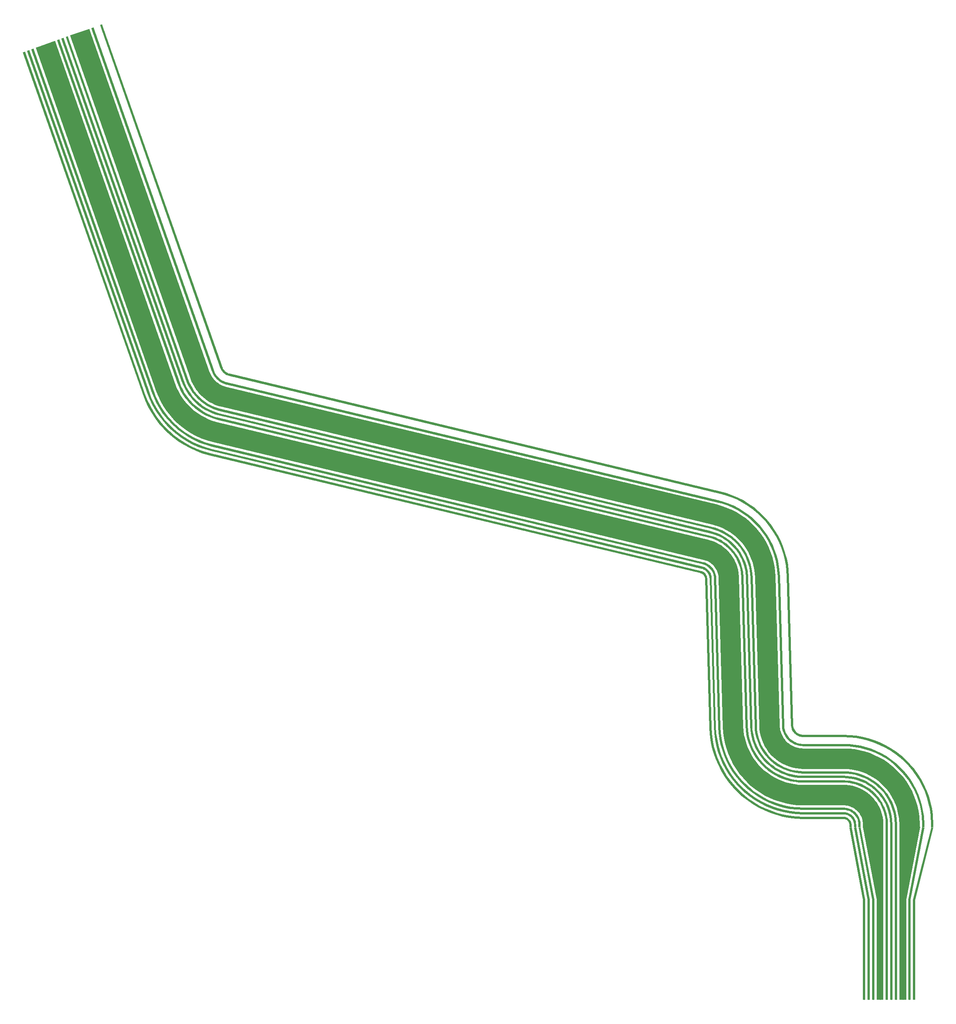
<source format=gbr>
G04 AutoGERB 2.0 for AutoCAD 14*
G04 RS274-X Output *
%FSLAX34Y34*%
%MOMM*%
%ADD12C,0.005000*%
%ADD13C,0.007000*%
G36*X1261915Y2615488D02*X1526637Y1861792D01*X1527223Y1860293*X1527893Y1858878*X1528660Y1857512*X1529519Y1856204*X1530468Y1854959*X1531501Y1853782*X1532613Y1852681*X1533800Y1851659*X1535054Y1850723*X1536370Y1849875*X1537743Y1849122*X1539164Y1848465*X1540614Y1847915*X1542694Y1847312*X2621756Y1588720*X2634959Y1585066*X2647918Y1580488*X2660527Y1575019*X2672725Y1568687*X2684453Y1561523*X2695654Y1553560*X2706274Y1544837*X2716263Y1535398*X2725570Y1525285*X2734152Y1514551*X2741967Y1503245*X2748975Y1491424*X2755145Y1479143*X2760447Y1466464*X2764853Y1453446*X2768344Y1440153*X2770908Y1426617*X2773105Y1402333*X2782361Y1075275*X2782463Y1073669*X2782670Y1072117*X2782985Y1070583*X2783405Y1069075*X2783930Y1067600*X2784556Y1066165*X2785279Y1064776*X2786098Y1063442*X2787008Y1062168*X2788003Y1060960*X2789081Y1059824*X2790235Y1058766*X2791460Y1057791*X2792749Y1056903*X2794097Y1056108*X2795498Y1055407*X2796943Y1054806*X2798427Y1054307*X2799943Y1053912*X2801480Y1053624*X2803029Y1053444*X2804904Y1053367*X2893303Y1053367*X2906994Y1052891*X2920663Y1051459*X2934199Y1049080*X2947536Y1045766*X2960612Y1041531*X2973360Y1036398*X2985721Y1030390*X2997633Y1023538*X3009042Y1015873*X3019888Y1007434*X3030123Y998261*X3039694Y988399*X3048556Y977894*X3056666Y966800*X3063985Y955167*X3070478Y943054*X3076111Y930518*X3080861Y917622*X3084701Y904425*X3087614Y890994*X3089591Y877368*X3090758Y855936*X3090758Y849957*X3085759Y849958*X3085759Y855799*X3084610Y876873*X3082691Y890105*X3079852Y903196*X3076108Y916057*X3071480Y928627*X3065989Y940845*X3059660Y952652*X3052527Y963989*X3044623Y974803*X3035985Y985042*X3026656Y994654*X3016681Y1003595*X3006109Y1011820*X2994990Y1019291*X2983378Y1025969*X2971331Y1031825*X2958905Y1036828*X2946161Y1040955*X2933162Y1044185*X2919968Y1046504*X2906647Y1047900*X2893216Y1048368*X2804803Y1048368*X2802638Y1048455*X2800731Y1048677*X2798850Y1049029*X2796998Y1049512*X2795184Y1050123*X2793417Y1050858*X2791706Y1051713*X2790058Y1052686*X2788481Y1053772*X2786984Y1054963*X2785574Y1056257*X2784256Y1057645*X2783039Y1059121*X2781927Y1060679*X2780926Y1062311*X2780041Y1064008*X2779277Y1065761*X2778636Y1067564*X2778122Y1069408*X2777737Y1071282*X2777484Y1073180*X2777366Y1075046*X2768112Y1402036*X2765951Y1425924*X2763463Y1439052*X2760062Y1452007*X2755766Y1464695*X2750600Y1477054*X2744586Y1489023*X2737754Y1500546*X2730137Y1511564*X2721773Y1522028*X2712702Y1531883*X2702967Y1541084*X2692615Y1549585*X2681698Y1557346*X2670266Y1564330*X2658378Y1570502*X2646089Y1575831*X2633458Y1580293*X2620507Y1583877*X1541415Y1842477*X1539029Y1843168*X1537227Y1843852*X1535488Y1844655*X1533811Y1845576*X1532201Y1846612*X1530669Y1847756*X1529218Y1849006*X1527858Y1850353*X1526597Y1851790*X1525436Y1853313*X1524385Y1854913*X1523448Y1856581*X1522630Y1858310*X1521948Y1860051*X1257198Y2613831*X1261915Y2615488*G37*G36*X1243045Y2608860D02*X1507767Y1855164D01*X1508859Y1852369*X1510125Y1849696*X1511574Y1847118*X1513197Y1844646*X1514989Y1842294*X1516941Y1840071*X1519042Y1837990*X1521283Y1836061*X1523653Y1834291*X1526139Y1832691*X1528732Y1831267*X1531416Y1830027*X1534167Y1828982*X1538033Y1827863*X2617095Y1569271*X2628957Y1565988*X2640603Y1561873*X2651935Y1556959*X2662899Y1551268*X2673438Y1544829*X2683506Y1537673*X2693051Y1529833*X2702027Y1521349*X2710392Y1512261*X2718105Y1502614*X2725128Y1492452*X2731427Y1481828*X2736972Y1470791*X2741738Y1459396*X2745697Y1447696*X2748835Y1435749*X2751139Y1423580*X2753113Y1401767*X2762369Y1074709*X2762559Y1071714*X2762950Y1068782*X2763544Y1065886*X2764338Y1063037*X2765329Y1060251*X2766511Y1057540*X2767879Y1054918*X2769425Y1052397*X2771143Y1049990*X2773024Y1047708*X2775060Y1045562*X2777240Y1043564*X2779553Y1041721*X2781988Y1040045*X2784536Y1038542*X2787181Y1037218*X2789911Y1036083*X2792714Y1035141*X2795576Y1034395*X2798482Y1033850*X2801413Y1033510*X2804904Y1033367*X2893303Y1033367*X2905603Y1032940*X2917888Y1031653*X2930053Y1029515*X2942040Y1026536*X2953791Y1022730*X2965248Y1018116*X2976357Y1012717*X2987064Y1006559*X2997317Y999670*X3007065Y992086*X3016263Y983842*X3024865Y974978*X3032829Y965537*X3040119Y955566*X3046697Y945111*X3052531Y934225*X3057595Y922959*X3061863Y911368*X3065314Y899509*X3067933Y887437*X3069709Y875189*X3070758Y855936*X3070758Y849957*X3065759Y849958*X3065759Y855799*X3064728Y874694*X3063010Y886548*X3060465Y898278*X3057110Y909803*X3052964Y921068*X3048042Y932016*X3042372Y942596*X3035980Y952755*X3028896Y962446*X3021156Y971621*X3012796Y980235*X3003858Y988247*X2994384Y995617*X2984421Y1002312*X2974016Y1008296*X2963219Y1013543*X2952084Y1018027*X2940665Y1021725*X2929016Y1024620*X2917193Y1026698*X2905256Y1027949*X2893216Y1028368*X2804803Y1028368*X2801022Y1028521*X2797733Y1028903*X2794483Y1029512*X2791285Y1030346*X2788152Y1031400*X2785100Y1032669*X2782143Y1034147*X2779297Y1035828*X2776574Y1037702*X2773989Y1039761*X2771553Y1041995*X2769277Y1044393*X2767174Y1046943*X2765254Y1049634*X2763526Y1052451*X2761998Y1055381*X2760676Y1058412*X2759569Y1061526*X2758681Y1064711*X2758017Y1067949*X2757580Y1071225*X2757374Y1074480*X2748120Y1401470*X2746182Y1422887*X2743954Y1434648*X2740906Y1446257*X2737057Y1457627*X2732427Y1468702*X2727038Y1479427*X2720915Y1489753*X2714090Y1499627*X2706595Y1509002*X2698466Y1517834*X2689742Y1526080*X2680467Y1533698*X2670683Y1540652*X2660440Y1546911*X2649786Y1552440*X2638774Y1557216*X2627456Y1561215*X2615846Y1564428*X1536754Y1823028*X1532582Y1824235*X1529477Y1825414*X1526477Y1826800*X1523580Y1828392*X1520800Y1830180*X1518152Y1832158*X1515647Y1834315*X1513298Y1836642*X1511118Y1839125*X1509114Y1841755*X1507299Y1844517*X1505680Y1847399*X1504266Y1850386*X1503078Y1853425*X1238328Y2607203*X1243045Y2608860*G37*G36*X1233612Y2605545D02*X1498218Y1852177D01*X1499689Y1848411*X1501252Y1845111*X1503040Y1841926*X1505046Y1838874*X1507259Y1835969*X1509669Y1833225*X1512264Y1830655*X1515032Y1828270*X1517959Y1826085*X1521028Y1824109*X1524230Y1822352*X1527548Y1820819*X1530840Y1819568*X1536155Y1818030*X2615103Y1559465*X2625961Y1556459*X2636950Y1552577*X2647644Y1547939*X2657991Y1542568*X2667937Y1536492*X2677438Y1529738*X2686447Y1522339*X2694918Y1514333*X2702811Y1505758*X2710091Y1496652*X2716719Y1487062*X2722664Y1477036*X2727897Y1466620*X2732393Y1455866*X2736131Y1444825*X2739092Y1433551*X2741319Y1421794*X2743100Y1402102*X2752363Y1074775*X2752619Y1070739*X2753102Y1067117*X2753836Y1063539*X2754817Y1060021*X2756040Y1056582*X2757500Y1053232*X2759188Y1049994*X2761098Y1046881*X2763219Y1043909*X2765543Y1041091*X2768059Y1038440*X2770749Y1035973*X2773607Y1033697*X2776616Y1031625*X2779760Y1029770*X2783027Y1028136*X2786400Y1026733*X2789861Y1025569*X2793395Y1024648*X2796985Y1023976*X2800552Y1023561*X2805310Y1023367*X2893651Y1023367*X2904909Y1022976*X2916502Y1021761*X2927982Y1019743*X2939294Y1016933*X2950385Y1013340*X2961197Y1008986*X2971680Y1003892*X2981786Y998080*X2991462Y991578*X3000661Y984421*X3009341Y976641*X3017459Y968276*X3024976Y959366*X3031854Y949956*X3038063Y940090*X3043569Y929816*X3048348Y919183*X3052375Y908245*X3055633Y897053*X3058104Y885661*X3059809Y873903*X3060758Y856480*X3060758Y849955*X3015759Y849964*X3015759Y855255*X3014986Y869440*X3013795Y877652*X3011988Y885982*X3009606Y894166*X3006661Y902164*X3003166Y909939*X2999140Y917451*X2994601Y924665*X2989571Y931547*X2984076Y938061*X2978140Y944176*X2971792Y949866*X2965065Y955101*X2957991Y959853*X2950603Y964103*X2942936Y967829*X2935030Y971013*X2926921Y973638*X2918649Y975694*X2910255Y977170*X2901778Y978057*X2892868Y978368*X2804397Y978368*X2797035Y978666*X2790234Y979457*X2783566Y980707*X2776998Y982418*X2770567Y984582*X2764302Y987187*X2758233Y990221*X2752389Y993672*X2746800Y997520*X2741492Y1001746*X2736490Y1006333*X2731822Y1011254*X2727504Y1016490*X2723561Y1022014*X2720013Y1027797*X2716875Y1033813*X2714163Y1040033*X2711890Y1046428*X2710069Y1052964*X2708705Y1059612*X2707808Y1066336*X2707404Y1072716*X2698157Y1399437*X2696698Y1415565*X2695169Y1423636*X2693004Y1431880*X2690272Y1439953*X2686984Y1447817*X2683157Y1455433*X2678810Y1462765*X2673964Y1469777*X2668642Y1476433*X2662869Y1482704*X2656674Y1488560*X2650089Y1493969*X2643142Y1498907*X2635868Y1503351*X2628303Y1507278*X2620483Y1510668*X2612446Y1513508*X2603854Y1515886*X1524648Y1774513*X1516567Y1776853*X1510101Y1779310*X1503943Y1782153*X1497995Y1785420*X1492288Y1789092*X1486851Y1793153*X1481711Y1797580*X1476890Y1802354*X1472412Y1807454*X1468301Y1812851*X1464573Y1818523*X1461251Y1824438*X1458346Y1830572*X1456019Y1836528*X1191155Y2590632*X1233612Y2605545*G37*G36*X1092086Y2555839D02*X1356808Y1802142D01*X1361953Y1788978*X1367983Y1776242*X1374884Y1763957*X1382622Y1752180*X1391160Y1740971*X1400459Y1730383*X1410470Y1720467*X1421147Y1711271*X1432438Y1702840*X1444286Y1695214*X1456638Y1688432*X1469431Y1682524*X1482590Y1677526*X1500745Y1672268*X2579807Y1413676*X2580939Y1413363*X2582087Y1412957*X2583205Y1412473*X2584286Y1411911*X2585325Y1411277*X2586318Y1410571*X2587258Y1409798*X2588144Y1408962*X2588970Y1408065*X2589729Y1407113*X2590421Y1406113*X2591042Y1405064*X2591590Y1403976*X2592059Y1402852*X2592449Y1401700*X2592759Y1400521*X2592991Y1399290*X2593177Y1397241*X2602434Y1070183*X2603325Y1056076*X2605190Y1042110*X2608021Y1028305*X2611805Y1014732*X2616525Y1001455*X2622155Y988538*X2628672Y976044*X2636040Y964033*X2644227Y952564*X2653191Y941692*X2662889Y931469*X2673275Y921946*X2684298Y913168*X2695905Y905178*X2708039Y898015*X2720643Y891712*X2733653Y886302*X2747009Y881810*X2760645Y878257*X2774495Y875661*X2788485Y874035*X2804904Y873367*X2893302Y873367*X2894476Y873327*X2895688Y873200*X2896886Y872989*X2898069Y872696*X2899228Y872320*X2900357Y871865*X2901453Y871333*X2902509Y870725*X2903519Y870046*X2904480Y869299*X2905387Y868486*X2906235Y867612*X2907021Y866681*X2907739Y865698*X2908388Y864667*X2908963Y863594*X2909462Y862483*X2909884Y861339*X2910223Y860170*X2910481Y858980*X2910660Y857751*X2910758Y855935*X2910758Y849957*X2905759Y849958*X2905759Y855800*X2905679Y857254*X2905558Y858091*X2905374Y858941*X2905131Y859776*X2904831Y860592*X2904474Y861385*X2904063Y862152*X2903600Y862887*X2903086Y863590*X2902526Y864255*X2901920Y864879*X2901273Y865458*X2900586Y865993*X2899864Y866478*X2899110Y866912*X2898328Y867292*X2897521Y867617*X2896694Y867885*X2895851Y868094*X2894993Y868245*X2894129Y868336*X2893215Y868368*X2804803Y868368*X2788094Y869046*X2773744Y870714*X2759552Y873374*X2745580Y877015*X2731894Y881619*X2718562Y887163*X2705648Y893620*X2693214Y900961*X2681319Y909149*X2670024Y918143*X2659382Y927902*X2649444Y938377*X2640258Y949517*X2631869Y961270*X2624319Y973577*X2617642Y986381*X2611872Y999616*X2607036Y1013221*X2603158Y1027130*X2600257Y1041275*X2598346Y1055587*X2597439Y1069954*X2588184Y1396944*X2588034Y1398599*X2587878Y1399420*X2587658Y1400261*X2587378Y1401085*X2587043Y1401887*X2586653Y1402665*X2586210Y1403412*X2585714Y1404128*X2585171Y1404808*X2584583Y1405447*X2583951Y1406045*X2583279Y1406596*X2582570Y1407100*X2581827Y1407554*X2581056Y1407954*X2580258Y1408300*X2579438Y1408590*X2578558Y1408833*X1499466Y1667433*X1481005Y1672779*X1467492Y1677911*X1454383Y1683965*X1441727Y1690915*X1429585Y1698729*X1418016Y1707368*X1407075Y1716792*X1396816Y1726952*X1387289Y1737802*X1378539Y1749289*X1370609Y1761356*X1363538Y1773945*X1357360Y1786995*X1352119Y1800403*X1087369Y2554182*X1092086Y2555839*G37*G36*X1101521Y2559153D02*X1366243Y1805456D01*X1371134Y1792940*X1376867Y1780833*X1383427Y1769154*X1390783Y1757959*X1398900Y1747304*X1407739Y1737238*X1417256Y1727812*X1427405Y1719071*X1438139Y1711056*X1449402Y1703807*X1461144Y1697359*X1473305Y1691743*X1485813Y1686992*X1503076Y1681993*X2582137Y1423401*X2583941Y1422902*X2585745Y1422264*X2587500Y1421503*X2589198Y1420621*X2590832Y1419624*X2592392Y1418515*X2593871Y1417300*X2595261Y1415986*X2596558Y1414578*X2597753Y1413082*X2598841Y1411508*X2599816Y1409862*X2600676Y1408152*X2601414Y1406387*X2602027Y1404574*X2602514Y1402724*X2602876Y1400810*X2603173Y1397523*X2612430Y1070466*X2613277Y1057054*X2615050Y1043777*X2617741Y1030654*X2621338Y1017751*X2625825Y1005130*X2631177Y992850*X2637372Y980974*X2644377Y969556*X2652159Y958653*X2660680Y948318*X2669900Y938600*X2679773Y929547*X2690252Y921203*X2701285Y913608*X2712821Y906798*X2724801Y900806*X2737170Y895663*X2749866Y891393*X2762828Y888016*X2775994Y885548*X2789293Y884003*X2804904Y883367*X2893302Y883367*X2895172Y883303*X2897075Y883103*X2898959Y882772*X2900817Y882311*X2902638Y881721*X2904414Y881006*X2906134Y880169*X2907792Y879215*X2909381Y878148*X2910891Y876973*X2912317Y875695*X2913649Y874322*X2914883Y872859*X2916013Y871315*X2917032Y869695*X2917936Y868008*X2918720Y866262*X2919382Y864467*X2919916Y862630*X2920322Y860760*X2920601Y858840*X2920758Y855935*X2920758Y849957*X2915759Y849958*X2915759Y855800*X2915620Y858345*X2915399Y859869*X2915067Y861399*X2914629Y862902*X2914089Y864371*X2913447Y865799*X2912707Y867180*X2911874Y868504*X2910950Y869768*X2909940Y870965*X2908850Y872088*X2907684Y873134*X2906448Y874095*X2905149Y874968*X2903791Y875748*X2902383Y876433*X2900931Y877018*X2899442Y877500*X2897924Y877877*X2896380Y878148*X2894823Y878312*X2893215Y878368*X2804803Y878368*X2788902Y879014*X2775243Y880601*X2761735Y883133*X2748437Y886598*X2735411Y890980*X2722720Y896257*X2710428Y902403*X2698594Y909391*X2687273Y917184*X2676522Y925744*X2666393Y935033*X2656933Y945003*X2648190Y955606*X2640206Y966793*X2633019Y978507*X2626664Y990693*X2621172Y1003291*X2616569Y1016240*X2612878Y1029479*X2610117Y1042942*X2608298Y1056565*X2607435Y1070237*X2598180Y1397228*X2597919Y1400117*X2597633Y1401621*X2597236Y1403135*X2596733Y1404618*X2596129Y1406063*X2595427Y1407463*X2594628Y1408809*X2593738Y1410097*X2592761Y1411319*X2591700Y1412471*X2590562Y1413547*X2589353Y1414540*X2588077Y1415447*X2586741Y1416264*X2585351Y1416984*X2583914Y1417607*X2582438Y1418129*X2580888Y1418558*X1501797Y1677158*X1484228Y1682245*X1471366Y1687130*X1458889Y1692892*X1446843Y1699508*X1435286Y1706945*X1424274Y1715168*X1413861Y1724137*X1404096Y1733809*X1395029Y1744135*X1386700Y1755068*X1379152Y1766553*X1372422Y1778536*X1366541Y1790957*X1361554Y1803717*X1096804Y2557496*X1101521Y2559153*G37*G36*X1110956Y2562466D02*X1375678Y1808770D01*X1380316Y1796902*X1385751Y1785424*X1391970Y1774352*X1398944Y1763738*X1406639Y1753637*X1415019Y1744093*X1424042Y1735157*X1433664Y1726870*X1443840Y1719271*X1454518Y1712399*X1465650Y1706286*X1477179Y1700962*X1489037Y1696458*X1505406Y1691718*X2584469Y1433125*X2586941Y1432441*X2589402Y1431572*X2591796Y1430533*X2594113Y1429331*X2596339Y1427970*X2598466Y1426459*X2600483Y1424802*X2602379Y1423010*X2604147Y1421090*X2605776Y1419051*X2607260Y1416904*X2608590Y1414660*X2609762Y1412328*X2610769Y1409920*X2611605Y1407449*X2612269Y1404925*X2612760Y1402327*X2613169Y1397807*X2622426Y1070749*X2623229Y1058031*X2624910Y1045444*X2627461Y1033003*X2630872Y1020771*X2635125Y1008805*X2640200Y997163*X2646072Y985903*X2652714Y975079*X2660091Y964742*X2668170Y954944*X2676910Y945731*X2686271Y937149*X2696205Y929237*X2706665Y922037*X2717601Y915581*X2728960Y909901*X2740686Y905025*X2752722Y900976*X2765012Y897774*X2777493Y895435*X2790101Y893970*X2804904Y893367*X2893303Y893367*X2895867Y893278*X2898462Y893007*X2901033Y892555*X2903565Y891926*X2906048Y891121*X2908468Y890147*X2910816Y889006*X2913078Y887705*X2915244Y886249*X2917303Y884647*X2919247Y882905*X2921064Y881032*X2922746Y879038*X2924286Y876931*X2925676Y874722*X2926909Y872423*X2927978Y870042*X2928880Y867594*X2929610Y865088*X2930163Y862537*X2930541Y859930*X2930758Y855936*X2930758Y849957*X2925759Y849958*X2925759Y855799*X2925560Y859435*X2925240Y861648*X2924761Y863857*X2924129Y866029*X2923347Y868151*X2922420Y870214*X2921351Y872207*X2920147Y874122*X2918813Y875947*X2917355Y877675*X2915780Y879298*X2914096Y880808*X2912311Y882196*X2910433Y883458*X2908473Y884585*X2906439Y885574*X2904341Y886418*X2902190Y887115*X2899996Y887660*X2897769Y888052*X2895520Y888287*X2893216Y888368*X2804803Y888368*X2789710Y888981*X2776744Y890488*X2763919Y892891*X2751293Y896181*X2738927Y900342*X2726879Y905352*X2715210Y911186*X2703974Y917820*X2693226Y925218*X2683020Y933346*X2673403Y942164*X2664423Y951629*X2656122Y961695*X2648543Y972316*X2641719Y983436*X2635687Y995006*X2630472Y1006966*X2626103Y1019260*X2622598Y1031828*X2619977Y1044609*X2618250Y1057542*X2617431Y1070520*X2608176Y1397510*X2607803Y1401636*X2607388Y1403824*X2606814Y1406010*X2606088Y1408153*X2605217Y1410239*X2604201Y1412259*X2603047Y1414205*X2601761Y1416066*X2600350Y1417831*X2598818Y1419495*X2597174Y1421049*X2595427Y1422484*X2593584Y1423795*X2591654Y1424974*X2589647Y1426016*X2587573Y1426915*X2585440Y1427668*X2583218Y1428284*X1504127Y1686883*X1487452Y1691711*X1475240Y1696349*X1463395Y1701819*X1451959Y1708100*X1440987Y1715160*X1430533Y1722967*X1420647Y1731482*X1411376Y1740664*X1402768Y1750468*X1394861Y1760847*X1387695Y1771751*X1381306Y1783127*X1375723Y1794919*X1370989Y1807031*X1106239Y2560809*X1110956Y2562466*G37*G36*X1158132Y2579034D02*X1422737Y1825668D01*X1426236Y1816716*X1430180Y1808384*X1434696Y1800346*X1439759Y1792642*X1445345Y1785308*X1451429Y1778380*X1457979Y1771892*X1464964Y1765875*X1472350Y1760359*X1480102Y1755371*X1488184Y1750933*X1496554Y1747068*X1505050Y1743841*X1517511Y1740233*X2596459Y1481668*X2601953Y1480147*X2607692Y1478119*X2613279Y1475697*X2618684Y1472890*X2623880Y1469716*X2628844Y1466188*X2633550Y1462323*X2637975Y1458140*X2642100Y1453659*X2645903Y1448902*X2649366Y1443892*X2652471Y1438654*X2655205Y1433214*X2657554Y1427595*X2659507Y1421827*X2661053Y1415937*X2662245Y1409650*X2663132Y1399839*X2672396Y1072510*X2673002Y1062919*X2674222Y1053781*X2676074Y1044750*X2678550Y1035870*X2681638Y1027183*X2685322Y1018732*X2689585Y1010557*X2694406Y1002699*X2699762Y995196*X2705628Y988082*X2711972Y981394*X2718767Y975164*X2725980Y969421*X2733574Y964193*X2741512Y959506*X2749758Y955383*X2758270Y951844*X2767009Y948904*X2775930Y946579*X2784991Y944881*X2794087Y943824*X2805311Y943367*X2893650Y943367*X2899346Y943170*X2905403Y942534*X2911397Y941481*X2917308Y940013*X2923103Y938136*X2928751Y935862*X2934231Y933199*X2939508Y930162*X2944562Y926767*X2949370Y923026*X2953903Y918963*X2958146Y914592*X2962071Y909937*X2965665Y905023*X2968908Y899867*X2971785Y894499*X2974281Y888945*X2976385Y883232*X2978087Y877384*X2979378Y871433*X2980284Y865183*X2980758Y856480*X2980758Y849955*X2935759Y849964*X2935759Y855255*X2935461Y860722*X2935069Y863424*X2934442Y866313*X2933616Y869151*X2932594Y871926*X2931382Y874624*X2929985Y877230*X2928412Y879730*X2926666Y882118*X2924759Y884379*X2922702Y886498*X2920499Y888473*X2918167Y890288*X2915711Y891937*X2913148Y893412*X2910492Y894703*X2907748Y895807*X2904937Y896718*X2902068Y897430*X2899152Y897943*X2896213Y898251*X2892869Y898368*X2804396Y898368*X2790572Y898929*X2778240Y900362*X2766099Y902638*X2754146Y905753*X2742439Y909691*X2731033Y914434*X2719985Y919959*X2709347Y926238*X2699173Y933242*X2689510Y940937*X2680405Y949285*X2671903Y958247*X2664045Y967777*X2656869Y977832*X2650410Y988360*X2644697Y999313*X2639761Y1010636*X2635625Y1022275*X2632307Y1034173*X2629825Y1046274*X2628191Y1058518*X2627437Y1070455*X2618189Y1397174*X2617624Y1403421*X2617132Y1406022*X2616380Y1408882*X2615433Y1411682*X2614292Y1414409*X2612964Y1417053*X2611457Y1419595*X2609776Y1422027*X2607931Y1424336*X2605928Y1426511*X2603779Y1428542*X2601495Y1430417*X2599085Y1432131*X2596561Y1433673*X2593938Y1435034*X2591225Y1436210*X2588436Y1437196*X2585210Y1438089*X1506004Y1696716*X1490779Y1701124*X1479109Y1705557*X1467895Y1710736*X1457069Y1716682*X1446681Y1723366*X1436783Y1730758*X1427424Y1738819*X1418648Y1747511*X1410498Y1756793*X1403012Y1766619*X1396229Y1776941*X1390179Y1787711*X1384893Y1798877*X1380540Y1810017*X1115675Y2564121*X1158132Y2579034*G37*G36*X1167566Y2582350D02*X1432288Y1828653D01*X1435406Y1820674*X1439054Y1812969*X1443229Y1805537*X1447910Y1798413*X1453075Y1791633*X1458700Y1785227*X1464756Y1779228*X1471215Y1773666*X1478045Y1768566*X1485213Y1763952*X1492685Y1759849*X1500424Y1756276*X1508378Y1753254*X1519389Y1750066*X2598452Y1491473*X2604948Y1489675*X2611345Y1487415*X2617570Y1484715*X2623592Y1481589*X2629382Y1478053*X2634912Y1474122*X2640155Y1469815*X2645085Y1465155*X2649680Y1460163*X2653916Y1454864*X2657774Y1449283*X2661235Y1443447*X2664281Y1437384*X2666899Y1431124*X2669073Y1424698*X2670797Y1418135*X2672065Y1411436*X2673145Y1399504*X2682401Y1072446*X2682942Y1063895*X2684070Y1055446*X2685783Y1047096*X2688072Y1038885*X2690927Y1030853*X2694333Y1023038*X2698275Y1015481*X2702733Y1008215*X2707685Y1001277*X2713108Y994700*X2718974Y988516*X2725257Y982755*X2731926Y977445*X2738947Y972612*X2746288Y968279*X2753912Y964465*X2761782Y961193*X2769862Y958475*X2778111Y956326*X2786488Y954756*X2794949Y953773*X2804904Y953367*X2893303Y953367*X2900039Y953133*X2906788Y952426*X2913470Y951252*X2920054Y949616*X2926509Y947525*X2932803Y944991*X2938905Y942025*X2944786Y938642*X2950418Y934858*X2955772Y930692*X2960825Y926164*X2965550Y921295*X2969925Y916109*X2973929Y910631*X2977542Y904889*X2980747Y898909*X2983528Y892721*X2985874Y886354*X2987769Y879839*X2989207Y873208*X2990185Y866469*X2990758Y855936*X2990758Y849957*X2985759Y849958*X2985759Y855799*X2985204Y865974*X2984284Y872319*X2982920Y878610*X2981121Y884789*X2978897Y890830*X2976258Y896700*X2973217Y902374*X2969790Y907822*X2965992Y913018*X2961841Y917938*X2957358Y922557*X2952565Y926853*X2947485Y930805*X2942143Y934395*X2936562Y937604*X2930774Y940418*X2924802Y942822*X2918679Y944805*X2912433Y946357*X2906093Y947471*X2899692Y948142*X2893216Y948368*X2804803Y948368*X2794558Y948784*X2785739Y949809*X2777018Y951443*X2768433Y953680*X2760023Y956510*X2751831Y959916*X2743895Y963884*X2736256Y968395*X2728947Y973426*X2722006Y978952*X2715467Y984949*X2709361Y991385*X2703716Y998230*X2698562Y1005452*X2693922Y1013014*X2689820Y1020881*X2686274Y1029014*X2683303Y1037374*X2680920Y1045921*X2679137Y1054611*X2677963Y1063406*X2677406Y1072217*X2668152Y1399207*X2667108Y1410743*X2665916Y1417034*X2664282Y1423259*X2662218Y1429357*X2659736Y1435295*X2656846Y1441046*X2653563Y1446582*X2649903Y1451877*X2645883Y1456904*X2641524Y1461640*X2636846Y1466062*X2631873Y1470147*X2626627Y1473876*X2621133Y1477232*X2615421Y1480198*X2609516Y1482758*X2603447Y1484902*X2597201Y1486632*X1518110Y1745231*X1506793Y1748507*X1498485Y1751663*X1490430Y1755382*X1482654Y1759653*X1475192Y1764455*X1468084Y1769763*X1461361Y1775553*X1455057Y1781798*X1449204Y1788464*X1443827Y1795522*X1438954Y1802936*X1434609Y1810672*X1430813Y1818691*X1427599Y1826914*X1162849Y2580693*X1167566Y2582350*G37*G36*X1186436Y2588977D02*X1451158Y1835281D01*X1453769Y1828597*X1456822Y1822151*X1460315Y1815932*X1464232Y1809971*X1468553Y1804298*X1473260Y1798938*X1478327Y1793919*X1483732Y1789265*X1489447Y1784997*X1495444Y1781137*X1501697Y1777704*X1508172Y1774714*X1514825Y1772186*X1524050Y1769515*X2603113Y1510923*X2610950Y1508753*X2618660Y1506030*X2626161Y1502776*X2633419Y1499009*X2640396Y1494747*X2647060Y1490010*X2653378Y1484820*X2659321Y1479204*X2664858Y1473187*X2669964Y1466801*X2674612Y1460075*X2678783Y1453042*X2682455Y1445736*X2685608Y1438191*X2688229Y1430448*X2690307Y1422539*X2691834Y1414472*X2693137Y1400070*X2702393Y1073012*X2702846Y1065850*X2703790Y1058781*X2705223Y1051793*X2707138Y1044923*X2709527Y1038202*X2712377Y1031664*X2715676Y1025340*X2719406Y1019260*X2723550Y1013455*X2728087Y1007952*X2732996Y1002777*X2738253Y997957*X2743833Y993514*X2749707Y989470*X2755849Y985845*X2762229Y982654*X2768814Y979915*X2775575Y977642*X2782477Y975843*X2789487Y974529*X2796565Y973707*X2804904Y973367*X2893303Y973367*X2901430Y973085*X2909563Y972233*X2917616Y970818*X2925551Y968846*X2933330Y966326*X2940914Y963272*X2948269Y959698*X2955355Y955621*X2962143Y951061*X2968596Y946040*X2974685Y940583*X2980379Y934715*X2985651Y928466*X2990476Y921866*X2994831Y914944*X2998693Y907738*X3002045Y900280*X3004871Y892608*X3007155Y884757*X3008889Y876766*X3010066Y868649*X3010758Y855936*X3010758Y849957*X3005759Y849958*X3005759Y855799*X3005085Y868154*X3003966Y875877*X3002306Y883526*X3000118Y891043*X2997414Y898389*X2994204Y905529*X2990506Y912429*X2986337Y919055*X2981718Y925375*X2976670Y931358*X2971218Y936976*X2965389Y942201*X2959210Y947008*X2952712Y951374*X2945926Y955277*X2938885Y958699*X2931623Y961623*X2924176Y964035*X2916579Y965923*X2908868Y967278*X2901083Y968094*X2893216Y968368*X2804803Y968368*X2796174Y968718*X2788738Y969582*X2781384Y970960*X2774146Y972847*X2767055Y975232*X2760148Y978105*X2753458Y981450*X2747016Y985253*X2740854Y989495*X2735002Y994154*X2729489Y999210*X2724340Y1004637*X2719581Y1010408*X2715235Y1016497*X2711323Y1022873*X2707864Y1029507*X2704874Y1036363*X2702369Y1043412*X2700360Y1050618*X2698857Y1057946*X2697867Y1065361*X2697398Y1072783*X2688144Y1399773*X2686877Y1413779*X2685426Y1421438*X2683438Y1429009*X2680927Y1436424*X2677908Y1443647*X2674394Y1450641*X2670401Y1457376*X2665949Y1463814*X2661061Y1469930*X2655760Y1475689*X2650071Y1481067*X2644021Y1486035*X2637641Y1490570*X2630960Y1494652*X2624012Y1498259*X2616831Y1501373*X2609449Y1503980*X2601862Y1506080*X1522771Y1764680*X1513240Y1767439*X1506233Y1770101*X1499442Y1773237*X1492885Y1776838*X1486594Y1780886*X1480601Y1785362*X1474932Y1790244*X1469617Y1795509*X1464682Y1801129*X1460149Y1807080*X1456040Y1813331*X1452377Y1819854*X1449176Y1826614*X1446469Y1833542*X1181719Y2587320*X1186436Y2588977*G37*G36*X1177001Y2585663D02*X1441723Y1831967D01*X1444588Y1824635*X1447938Y1817560*X1451772Y1810735*X1456071Y1804192*X1460815Y1797965*X1465980Y1792083*X1471542Y1786574*X1477473Y1781464*X1483746Y1776781*X1490328Y1772545*X1497191Y1768777*X1504298Y1765495*X1511602Y1762720*X1521719Y1759790*X2600781Y1501198*X2607949Y1499214*X2615002Y1496722*X2621866Y1493746*X2628505Y1490299*X2634889Y1486400*X2640986Y1482066*X2646766Y1477317*X2652203Y1472180*X2657269Y1466676*X2661941Y1460833*X2666194Y1454678*X2670009Y1448244*X2673367Y1441560*X2676253Y1434659*X2678651Y1427573*X2680552Y1420337*X2681950Y1412954*X2683141Y1399787*X2692397Y1072729*X2692894Y1064873*X2693930Y1057113*X2695503Y1049444*X2697605Y1041904*X2700227Y1034528*X2703355Y1027351*X2706975Y1020411*X2711069Y1013738*X2715617Y1007366*X2720597Y1001326*X2725985Y995647*X2731755Y990356*X2737879Y985479*X2744327Y981041*X2751068Y977062*X2758070Y973560*X2765298Y970554*X2772718Y968059*X2780294Y966085*X2787988Y964643*X2795757Y963740*X2804904Y963367*X2893303Y963367*X2900735Y963109*X2908176Y962330*X2915543Y961035*X2922803Y959231*X2929920Y956925*X2936858Y954131*X2943586Y950862*X2950071Y947132*X2956280Y942960*X2962184Y938366*X2967755Y933373*X2972964Y928005*X2977788Y922288*X2982203Y916249*X2986187Y909917*X2989720Y903324*X2992787Y896500*X2995372Y889481*X2997462Y882299*X2999048Y874987*X3000125Y867559*X3000758Y855936*X3000758Y849957*X2995759Y849958*X2995759Y855799*X2995144Y867064*X2994125Y874098*X2992613Y881068*X2990619Y887916*X2988156Y894609*X2985231Y901115*X2981862Y907402*X2978064Y913438*X2973855Y919197*X2969255Y924648*X2964288Y929766*X2958977Y934527*X2953347Y938907*X2947426Y942885*X2941245Y946441*X2934829Y949558*X2928213Y952222*X2921428Y954420*X2914506Y956140*X2907481Y957375*X2900388Y958118*X2893216Y958368*X2804803Y958368*X2795366Y958751*X2787237Y959696*X2779201Y961202*X2771289Y963264*X2763539Y965871*X2755989Y969011*X2748677Y972667*X2741636Y976824*X2734900Y981460*X2728504Y986553*X2722478Y992080*X2716850Y998011*X2711648Y1004319*X2706898Y1010975*X2702622Y1017944*X2698842Y1025194*X2695574Y1032689*X2692836Y1040393*X2690640Y1048269*X2688997Y1056278*X2687915Y1064384*X2687402Y1072500*X2678148Y1399490*X2676993Y1412261*X2675671Y1419236*X2673860Y1426134*X2671572Y1432890*X2668822Y1439471*X2665620Y1445843*X2661981Y1451979*X2657926Y1457846*X2653472Y1463417*X2648642Y1468665*X2643459Y1473564*X2637947Y1478091*X2632134Y1482223*X2626048Y1485942*X2619717Y1489227*X2613173Y1492065*X2606448Y1494441*X2599532Y1496355*X1520440Y1754955*X1510017Y1757973*X1502359Y1760882*X1494936Y1764310*X1487769Y1768246*X1480893Y1772670*X1474342Y1777563*X1468147Y1782899*X1462337Y1788652*X1456942Y1794796*X1451988Y1801301*X1447497Y1808134*X1443493Y1815263*X1439995Y1822652*X1437034Y1830228*X1172284Y2584006*X1177001Y2585663*G37*G36*X3090683Y849350D02*X3050758Y690032D01*X3050758Y471277*X3045759Y471278*X3045759Y690649*X3085833Y850565*X3090683Y849350*G37*G36*X3061245Y850918D02*X3030758Y690746D01*X3030758Y471277*X3015759Y471280*X3015759Y612228*X3015860Y855208*X3061245Y850918*G37*G36*X2980658Y855208D02*X2980758Y611037D01*X2980758Y471277*X2965759Y471280*X2965759Y690746*X2935273Y850918*X2980658Y855208*G37*G36*X3070715Y849493D02*X3040758Y691043D01*X3040758Y471277*X3035759Y471278*X3035759Y691512*X3065802Y850422*X3070715Y849493*G37*G36*X3010758Y849957D02*X3010758Y691277D01*X3005759Y691278*X3005759Y849957*X3010758Y849957*G37*G36*X3010758Y691277D02*X3010758Y471277D01*X3005759Y471278*X3005759Y691277*X3010758Y691277*G37*G36*X3000758Y849957D02*X3000758Y691277D01*X2995759Y691278*X2995759Y849957*X3000758Y849957*G37*G36*X3000758Y691277D02*X3000758Y471277D01*X2995759Y471278*X2995759Y691277*X3000758Y691277*G37*G36*X2990758Y849957D02*X2990758Y691277D01*X2985759Y691278*X2985759Y849957*X2990758Y849957*G37*G36*X2990758Y691277D02*X2990758Y471277D01*X2985759Y471278*X2985759Y691277*X2990758Y691277*G37*G36*X2930715Y850422D02*X2960758Y691512D01*X2960758Y471277*X2955759Y471278*X2955759Y691043*X2925802Y849493*X2930715Y850422*G37*G36*X2920715Y850422D02*X2950758Y691512D01*X2950758Y471277*X2945759Y471278*X2945759Y691043*X2915802Y849493*X2920715Y850422*G37*G36*X2910715Y850422D02*X2940758Y691512D01*X2940758Y471277*X2935759Y471278*X2935759Y691043*X2905802Y849493*X2910715Y850422*G37*G54D12*X3038259Y471278D02*X3038259Y691278D01*G54D12*X3023259Y471278D02*X3023259Y691278D01*G54D12*X2938259Y471278D02*X2938259Y691278D01*G54D12*X2948259Y471278D02*X2948259Y691278D01*G54D12*X2958259Y471278D02*X2958259Y691278D01*G54D12*X2973259Y471278D02*X2973259Y691278D01*G54D12*X2988259Y471278D02*X2988259Y691278D01*G54D12*X3008259Y471278D02*X3008259Y691278D01*G54D12*X2998259Y471278D02*X2998259Y691278D01*M02*
</source>
